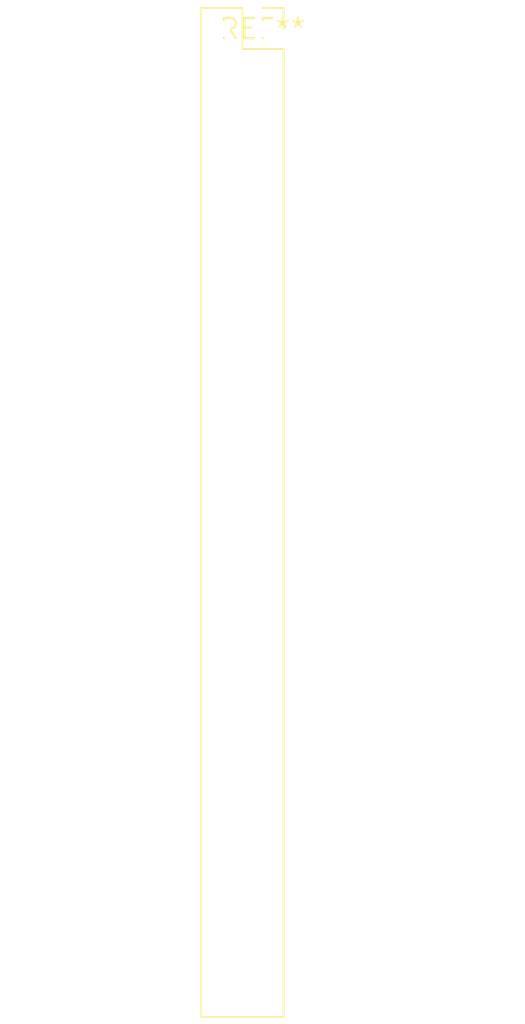
<source format=kicad_pcb>
(kicad_pcb (version 20240108) (generator pcbnew)
  (layers (0 "F.Cu" signal) (31 "B.Cu" signal) (34 "B.Paste" user) (35 "F.Paste" user) (36 "B.SilkS" user "B.Silkscreen") (37 "F.SilkS" user "F.Silkscreen") (38 "B.Mask" user) (39 "F.Mask" user) (44 "Edge.Cuts" user))
  (net 0 "")
  (footprint "PinSocket_2x25_P2.54mm_Vertical" (layer "F.Cu") (at 0 0)
    (property "Reference" "REF**")
    (property "Value" "PinSocket_2x25_P2.54mm_Vertical")
    (fp_line (start -3.87 -1.33) (end -3.87 62.29) (layer "F.SilkS") (stroke (width 0.12)))
    (fp_line (start -3.87 -1.33) (end -1.27 -1.33) (layer "F.SilkS") (stroke (width 0.12)))
    (fp_line (start -3.87 62.29) (end 1.33 62.29) (layer "F.SilkS") (stroke (width 0.12)))
    (fp_line (start -1.27 -1.33) (end -1.27 1.27) (layer "F.SilkS") (stroke (width 0.12)))
    (fp_line (start -1.27 1.27) (end 1.33 1.27) (layer "F.SilkS") (stroke (width 0.12)))
    (fp_line (start 0 -1.33) (end 1.33 -1.33) (layer "F.SilkS") (stroke (width 0.12)))
    (fp_line (start 1.33 -1.33) (end 1.33 0) (layer "F.SilkS") (stroke (width 0.12)))
    (fp_line (start 1.33 1.27) (end 1.33 62.29) (layer "F.SilkS") (stroke (width 0.12)))
    (pad "1" thru_hole rect (at 0 0) (size 1.7 1.7) (drill 1) (layers *.Cu *.Mask) (remove_unused_layers))
    (pad "2" thru_hole oval (at -2.54 0) (size 1.7 1.7) (drill 1) (layers *.Cu *.Mask) (remove_unused_layers))
    (pad "3" thru_hole oval (at 0 2.54) (size 1.7 1.7) (drill 1) (layers *.Cu *.Mask) (remove_unused_layers))
    (pad "4" thru_hole oval (at -2.54 2.54) (size 1.7 1.7) (drill 1) (layers *.Cu *.Mask) (remove_unused_layers))
    (pad "5" thru_hole oval (at 0 5.08) (size 1.7 1.7) (drill 1) (layers *.Cu *.Mask) (remove_unused_layers))
    (pad "6" thru_hole oval (at -2.54 5.08) (size 1.7 1.7) (drill 1) (layers *.Cu *.Mask) (remove_unused_layers))
    (pad "7" thru_hole oval (at 0 7.62) (size 1.7 1.7) (drill 1) (layers *.Cu *.Mask) (remove_unused_layers))
    (pad "8" thru_hole oval (at -2.54 7.62) (size 1.7 1.7) (drill 1) (layers *.Cu *.Mask) (remove_unused_layers))
    (pad "9" thru_hole oval (at 0 10.16) (size 1.7 1.7) (drill 1) (layers *.Cu *.Mask) (remove_unused_layers))
    (pad "10" thru_hole oval (at -2.54 10.16) (size 1.7 1.7) (drill 1) (layers *.Cu *.Mask) (remove_unused_layers))
    (pad "11" thru_hole oval (at 0 12.7) (size 1.7 1.7) (drill 1) (layers *.Cu *.Mask) (remove_unused_layers))
    (pad "12" thru_hole oval (at -2.54 12.7) (size 1.7 1.7) (drill 1) (layers *.Cu *.Mask) (remove_unused_layers))
    (pad "13" thru_hole oval (at 0 15.24) (size 1.7 1.7) (drill 1) (layers *.Cu *.Mask) (remove_unused_layers))
    (pad "14" thru_hole oval (at -2.54 15.24) (size 1.7 1.7) (drill 1) (layers *.Cu *.Mask) (remove_unused_layers))
    (pad "15" thru_hole oval (at 0 17.78) (size 1.7 1.7) (drill 1) (layers *.Cu *.Mask) (remove_unused_layers))
    (pad "16" thru_hole oval (at -2.54 17.78) (size 1.7 1.7) (drill 1) (layers *.Cu *.Mask) (remove_unused_layers))
    (pad "17" thru_hole oval (at 0 20.32) (size 1.7 1.7) (drill 1) (layers *.Cu *.Mask) (remove_unused_layers))
    (pad "18" thru_hole oval (at -2.54 20.32) (size 1.7 1.7) (drill 1) (layers *.Cu *.Mask) (remove_unused_layers))
    (pad "19" thru_hole oval (at 0 22.86) (size 1.7 1.7) (drill 1) (layers *.Cu *.Mask) (remove_unused_layers))
    (pad "20" thru_hole oval (at -2.54 22.86) (size 1.7 1.7) (drill 1) (layers *.Cu *.Mask) (remove_unused_layers))
    (pad "21" thru_hole oval (at 0 25.4) (size 1.7 1.7) (drill 1) (layers *.Cu *.Mask) (remove_unused_layers))
    (pad "22" thru_hole oval (at -2.54 25.4) (size 1.7 1.7) (drill 1) (layers *.Cu *.Mask) (remove_unused_layers))
    (pad "23" thru_hole oval (at 0 27.94) (size 1.7 1.7) (drill 1) (layers *.Cu *.Mask) (remove_unused_layers))
    (pad "24" thru_hole oval (at -2.54 27.94) (size 1.7 1.7) (drill 1) (layers *.Cu *.Mask) (remove_unused_layers))
    (pad "25" thru_hole oval (at 0 30.48) (size 1.7 1.7) (drill 1) (layers *.Cu *.Mask) (remove_unused_layers))
    (pad "26" thru_hole oval (at -2.54 30.48) (size 1.7 1.7) (drill 1) (layers *.Cu *.Mask) (remove_unused_layers))
    (pad "27" thru_hole oval (at 0 33.02) (size 1.7 1.7) (drill 1) (layers *.Cu *.Mask) (remove_unused_layers))
    (pad "28" thru_hole oval (at -2.54 33.02) (size 1.7 1.7) (drill 1) (layers *.Cu *.Mask) (remove_unused_layers))
    (pad "29" thru_hole oval (at 0 35.56) (size 1.7 1.7) (drill 1) (layers *.Cu *.Mask) (remove_unused_layers))
    (pad "30" thru_hole oval (at -2.54 35.56) (size 1.7 1.7) (drill 1) (layers *.Cu *.Mask) (remove_unused_layers))
    (pad "31" thru_hole oval (at 0 38.1) (size 1.7 1.7) (drill 1) (layers *.Cu *.Mask) (remove_unused_layers))
    (pad "32" thru_hole oval (at -2.54 38.1) (size 1.7 1.7) (drill 1) (layers *.Cu *.Mask) (remove_unused_layers))
    (pad "33" thru_hole oval (at 0 40.64) (size 1.7 1.7) (drill 1) (layers *.Cu *.Mask) (remove_unused_layers))
    (pad "34" thru_hole oval (at -2.54 40.64) (size 1.7 1.7) (drill 1) (layers *.Cu *.Mask) (remove_unused_layers))
    (pad "35" thru_hole oval (at 0 43.18) (size 1.7 1.7) (drill 1) (layers *.Cu *.Mask) (remove_unused_layers))
    (pad "36" thru_hole oval (at -2.54 43.18) (size 1.7 1.7) (drill 1) (layers *.Cu *.Mask) (remove_unused_layers))
    (pad "37" thru_hole oval (at 0 45.72) (size 1.7 1.7) (drill 1) (layers *.Cu *.Mask) (remove_unused_layers))
    (pad "38" thru_hole oval (at -2.54 45.72) (size 1.7 1.7) (drill 1) (layers *.Cu *.Mask) (remove_unused_layers))
    (pad "39" thru_hole oval (at 0 48.26) (size 1.7 1.7) (drill 1) (layers *.Cu *.Mask) (remove_unused_layers))
    (pad "40" thru_hole oval (at -2.54 48.26) (size 1.7 1.7) (drill 1) (layers *.Cu *.Mask) (remove_unused_layers))
    (pad "41" thru_hole oval (at 0 50.8) (size 1.7 1.7) (drill 1) (layers *.Cu *.Mask) (remove_unused_layers))
    (pad "42" thru_hole oval (at -2.54 50.8) (size 1.7 1.7) (drill 1) (layers *.Cu *.Mask) (remove_unused_layers))
    (pad "43" thru_hole oval (at 0 53.34) (size 1.7 1.7) (drill 1) (layers *.Cu *.Mask) (remove_unused_layers))
    (pad "44" thru_hole oval (at -2.54 53.34) (size 1.7 1.7) (drill 1) (layers *.Cu *.Mask) (remove_unused_layers))
    (pad "45" thru_hole oval (at 0 55.88) (size 1.7 1.7) (drill 1) (layers *.Cu *.Mask) (remove_unused_layers))
    (pad "46" thru_hole oval (at -2.54 55.88) (size 1.7 1.7) (drill 1) (layers *.Cu *.Mask) (remove_unused_layers))
    (pad "47" thru_hole oval (at 0 58.42) (size 1.7 1.7) (drill 1) (layers *.Cu *.Mask) (remove_unused_layers))
    (pad "48" thru_hole oval (at -2.54 58.42) (size 1.7 1.7) (drill 1) (layers *.Cu *.Mask) (remove_unused_layers))
    (pad "49" thru_hole oval (at 0 60.96) (size 1.7 1.7) (drill 1) (layers *.Cu *.Mask) (remove_unused_layers))
    (pad "50" thru_hole oval (at -2.54 60.96) (size 1.7 1.7) (drill 1) (layers *.Cu *.Mask) (remove_unused_layers))
  )
)
</source>
